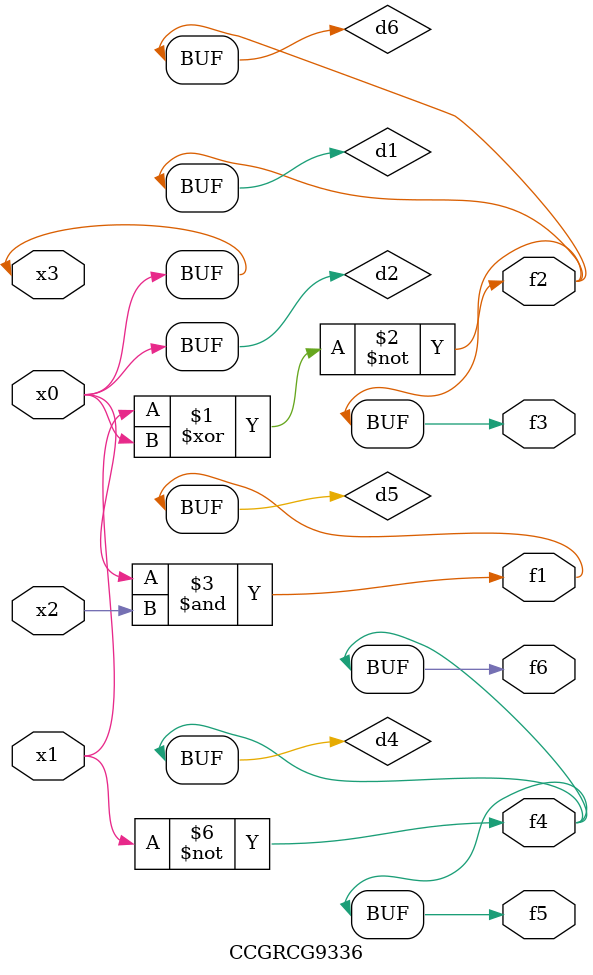
<source format=v>
module CCGRCG9336(
	input x0, x1, x2, x3,
	output f1, f2, f3, f4, f5, f6
);

	wire d1, d2, d3, d4, d5, d6;

	xnor (d1, x1, x3);
	buf (d2, x0, x3);
	nand (d3, x0, x2);
	not (d4, x1);
	nand (d5, d3);
	or (d6, d1);
	assign f1 = d5;
	assign f2 = d6;
	assign f3 = d6;
	assign f4 = d4;
	assign f5 = d4;
	assign f6 = d4;
endmodule

</source>
